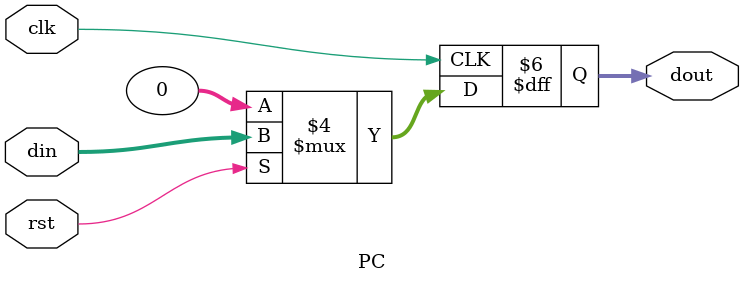
<source format=v>
/* 
Single cycle RISC-V CPU (RV32I)
Author: Mehran Goli
Version: 1.0
Date: 01-10-2020
*/

`timescale 1ns/1ns
	
module PC #(parameter n = 32) 
	(input clk, rst,
	 input [n-1:0] din,
	 output reg [n-1:0] dout);

	always @ (posedge clk) begin
      if (!rst)
			dout <= {n{1'b0}};	
		else
			dout <= din;
	end

endmodule
	
	
</source>
